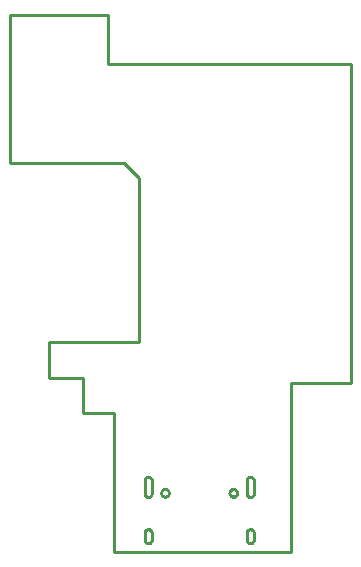
<source format=gbr>
G04 EAGLE Gerber RS-274X export*
G75*
%MOMM*%
%FSLAX34Y34*%
%LPD*%
%IN*%
%IPPOS*%
%AMOC8*
5,1,8,0,0,1.08239X$1,22.5*%
G01*
%ADD10C,0.254000*%


D10*
X132032Y316230D02*
X228600Y316230D01*
X241300Y303530D01*
X241300Y165080D01*
X164920Y165080D01*
X164920Y134412D01*
X193396Y134412D01*
X193396Y104920D01*
X220000Y104920D01*
X220000Y-12700D01*
X370000Y-12700D01*
X370000Y130000D01*
X420790Y130000D01*
X420790Y400254D01*
X214572Y400254D01*
X214572Y442220D01*
X132032Y442220D01*
X132032Y316230D01*
X245900Y36900D02*
X245911Y36639D01*
X245946Y36379D01*
X246002Y36124D01*
X246081Y35874D01*
X246181Y35632D01*
X246302Y35400D01*
X246443Y35179D01*
X246602Y34972D01*
X246779Y34779D01*
X246972Y34602D01*
X247179Y34443D01*
X247400Y34302D01*
X247632Y34181D01*
X247874Y34081D01*
X248124Y34002D01*
X248379Y33946D01*
X248639Y33911D01*
X248900Y33900D01*
X249161Y33911D01*
X249421Y33946D01*
X249676Y34002D01*
X249926Y34081D01*
X250168Y34181D01*
X250400Y34302D01*
X250621Y34443D01*
X250828Y34602D01*
X251021Y34779D01*
X251198Y34972D01*
X251357Y35179D01*
X251498Y35400D01*
X251619Y35632D01*
X251719Y35874D01*
X251798Y36124D01*
X251854Y36379D01*
X251889Y36639D01*
X251900Y36900D01*
X251900Y47900D01*
X251889Y48161D01*
X251854Y48421D01*
X251798Y48676D01*
X251719Y48926D01*
X251619Y49168D01*
X251498Y49400D01*
X251357Y49621D01*
X251198Y49828D01*
X251021Y50021D01*
X250828Y50198D01*
X250621Y50357D01*
X250400Y50498D01*
X250168Y50619D01*
X249926Y50719D01*
X249676Y50798D01*
X249421Y50854D01*
X249161Y50889D01*
X248900Y50900D01*
X248639Y50889D01*
X248379Y50854D01*
X248124Y50798D01*
X247874Y50719D01*
X247632Y50619D01*
X247400Y50498D01*
X247179Y50357D01*
X246972Y50198D01*
X246779Y50021D01*
X246602Y49828D01*
X246443Y49621D01*
X246302Y49400D01*
X246181Y49168D01*
X246081Y48926D01*
X246002Y48676D01*
X245946Y48421D01*
X245911Y48161D01*
X245900Y47900D01*
X245900Y36900D01*
X332300Y36900D02*
X332311Y36639D01*
X332346Y36379D01*
X332402Y36124D01*
X332481Y35874D01*
X332581Y35632D01*
X332702Y35400D01*
X332843Y35179D01*
X333002Y34972D01*
X333179Y34779D01*
X333372Y34602D01*
X333579Y34443D01*
X333800Y34302D01*
X334032Y34181D01*
X334274Y34081D01*
X334524Y34002D01*
X334779Y33946D01*
X335039Y33911D01*
X335300Y33900D01*
X335561Y33911D01*
X335821Y33946D01*
X336076Y34002D01*
X336326Y34081D01*
X336568Y34181D01*
X336800Y34302D01*
X337021Y34443D01*
X337228Y34602D01*
X337421Y34779D01*
X337598Y34972D01*
X337757Y35179D01*
X337898Y35400D01*
X338019Y35632D01*
X338119Y35874D01*
X338198Y36124D01*
X338254Y36379D01*
X338289Y36639D01*
X338300Y36900D01*
X338300Y47900D01*
X338289Y48161D01*
X338254Y48421D01*
X338198Y48676D01*
X338119Y48926D01*
X338019Y49168D01*
X337898Y49400D01*
X337757Y49621D01*
X337598Y49828D01*
X337421Y50021D01*
X337228Y50198D01*
X337021Y50357D01*
X336800Y50498D01*
X336568Y50619D01*
X336326Y50719D01*
X336076Y50798D01*
X335821Y50854D01*
X335561Y50889D01*
X335300Y50900D01*
X335039Y50889D01*
X334779Y50854D01*
X334524Y50798D01*
X334274Y50719D01*
X334032Y50619D01*
X333800Y50498D01*
X333579Y50357D01*
X333372Y50198D01*
X333179Y50021D01*
X333002Y49828D01*
X332843Y49621D01*
X332702Y49400D01*
X332581Y49168D01*
X332481Y48926D01*
X332402Y48676D01*
X332346Y48421D01*
X332311Y48161D01*
X332300Y47900D01*
X332300Y36900D01*
X332300Y-2400D02*
X332311Y-2661D01*
X332346Y-2921D01*
X332402Y-3176D01*
X332481Y-3426D01*
X332581Y-3668D01*
X332702Y-3900D01*
X332843Y-4121D01*
X333002Y-4328D01*
X333179Y-4521D01*
X333372Y-4698D01*
X333579Y-4857D01*
X333800Y-4998D01*
X334032Y-5119D01*
X334274Y-5219D01*
X334524Y-5298D01*
X334779Y-5354D01*
X335039Y-5389D01*
X335300Y-5400D01*
X335561Y-5389D01*
X335821Y-5354D01*
X336076Y-5298D01*
X336326Y-5219D01*
X336568Y-5119D01*
X336800Y-4998D01*
X337021Y-4857D01*
X337228Y-4698D01*
X337421Y-4521D01*
X337598Y-4328D01*
X337757Y-4121D01*
X337898Y-3900D01*
X338019Y-3668D01*
X338119Y-3426D01*
X338198Y-3176D01*
X338254Y-2921D01*
X338289Y-2661D01*
X338300Y-2400D01*
X338300Y3600D01*
X338289Y3861D01*
X338254Y4121D01*
X338198Y4376D01*
X338119Y4626D01*
X338019Y4868D01*
X337898Y5100D01*
X337757Y5321D01*
X337598Y5528D01*
X337421Y5721D01*
X337228Y5898D01*
X337021Y6057D01*
X336800Y6198D01*
X336568Y6319D01*
X336326Y6419D01*
X336076Y6498D01*
X335821Y6554D01*
X335561Y6589D01*
X335300Y6600D01*
X335039Y6589D01*
X334779Y6554D01*
X334524Y6498D01*
X334274Y6419D01*
X334032Y6319D01*
X333800Y6198D01*
X333579Y6057D01*
X333372Y5898D01*
X333179Y5721D01*
X333002Y5528D01*
X332843Y5321D01*
X332702Y5100D01*
X332581Y4868D01*
X332481Y4626D01*
X332402Y4376D01*
X332346Y4121D01*
X332311Y3861D01*
X332300Y3600D01*
X332300Y-2400D01*
X245900Y-2400D02*
X245911Y-2661D01*
X245946Y-2921D01*
X246002Y-3176D01*
X246081Y-3426D01*
X246181Y-3668D01*
X246302Y-3900D01*
X246443Y-4121D01*
X246602Y-4328D01*
X246779Y-4521D01*
X246972Y-4698D01*
X247179Y-4857D01*
X247400Y-4998D01*
X247632Y-5119D01*
X247874Y-5219D01*
X248124Y-5298D01*
X248379Y-5354D01*
X248639Y-5389D01*
X248900Y-5400D01*
X249161Y-5389D01*
X249421Y-5354D01*
X249676Y-5298D01*
X249926Y-5219D01*
X250168Y-5119D01*
X250400Y-4998D01*
X250621Y-4857D01*
X250828Y-4698D01*
X251021Y-4521D01*
X251198Y-4328D01*
X251357Y-4121D01*
X251498Y-3900D01*
X251619Y-3668D01*
X251719Y-3426D01*
X251798Y-3176D01*
X251854Y-2921D01*
X251889Y-2661D01*
X251900Y-2400D01*
X251900Y3600D01*
X251889Y3861D01*
X251854Y4121D01*
X251798Y4376D01*
X251719Y4626D01*
X251619Y4868D01*
X251498Y5100D01*
X251357Y5321D01*
X251198Y5528D01*
X251021Y5721D01*
X250828Y5898D01*
X250621Y6057D01*
X250400Y6198D01*
X250168Y6319D01*
X249926Y6419D01*
X249676Y6498D01*
X249421Y6554D01*
X249161Y6589D01*
X248900Y6600D01*
X248639Y6589D01*
X248379Y6554D01*
X248124Y6498D01*
X247874Y6419D01*
X247632Y6319D01*
X247400Y6198D01*
X247179Y6057D01*
X246972Y5898D01*
X246779Y5721D01*
X246602Y5528D01*
X246443Y5321D01*
X246302Y5100D01*
X246181Y4868D01*
X246081Y4626D01*
X246002Y4376D01*
X245946Y4121D01*
X245911Y3861D01*
X245900Y3600D01*
X245900Y-2400D01*
X324250Y37187D02*
X324194Y36765D01*
X324084Y36353D01*
X323921Y35959D01*
X323708Y35591D01*
X323449Y35253D01*
X323147Y34951D01*
X322809Y34692D01*
X322441Y34479D01*
X322047Y34316D01*
X321635Y34206D01*
X321213Y34150D01*
X320787Y34150D01*
X320365Y34206D01*
X319953Y34316D01*
X319559Y34479D01*
X319191Y34692D01*
X318853Y34951D01*
X318551Y35253D01*
X318292Y35591D01*
X318079Y35959D01*
X317916Y36353D01*
X317806Y36765D01*
X317750Y37187D01*
X317750Y37613D01*
X317806Y38035D01*
X317916Y38447D01*
X318079Y38841D01*
X318292Y39209D01*
X318551Y39547D01*
X318853Y39849D01*
X319191Y40108D01*
X319559Y40321D01*
X319953Y40484D01*
X320365Y40594D01*
X320787Y40650D01*
X321213Y40650D01*
X321635Y40594D01*
X322047Y40484D01*
X322441Y40321D01*
X322809Y40108D01*
X323147Y39849D01*
X323449Y39547D01*
X323708Y39209D01*
X323921Y38841D01*
X324084Y38447D01*
X324194Y38035D01*
X324250Y37613D01*
X324250Y37187D01*
X266450Y37187D02*
X266394Y36765D01*
X266284Y36353D01*
X266121Y35959D01*
X265908Y35591D01*
X265649Y35253D01*
X265347Y34951D01*
X265009Y34692D01*
X264641Y34479D01*
X264247Y34316D01*
X263835Y34206D01*
X263413Y34150D01*
X262987Y34150D01*
X262565Y34206D01*
X262153Y34316D01*
X261759Y34479D01*
X261391Y34692D01*
X261053Y34951D01*
X260751Y35253D01*
X260492Y35591D01*
X260279Y35959D01*
X260116Y36353D01*
X260006Y36765D01*
X259950Y37187D01*
X259950Y37613D01*
X260006Y38035D01*
X260116Y38447D01*
X260279Y38841D01*
X260492Y39209D01*
X260751Y39547D01*
X261053Y39849D01*
X261391Y40108D01*
X261759Y40321D01*
X262153Y40484D01*
X262565Y40594D01*
X262987Y40650D01*
X263413Y40650D01*
X263835Y40594D01*
X264247Y40484D01*
X264641Y40321D01*
X265009Y40108D01*
X265347Y39849D01*
X265649Y39547D01*
X265908Y39209D01*
X266121Y38841D01*
X266284Y38447D01*
X266394Y38035D01*
X266450Y37613D01*
X266450Y37187D01*
M02*

</source>
